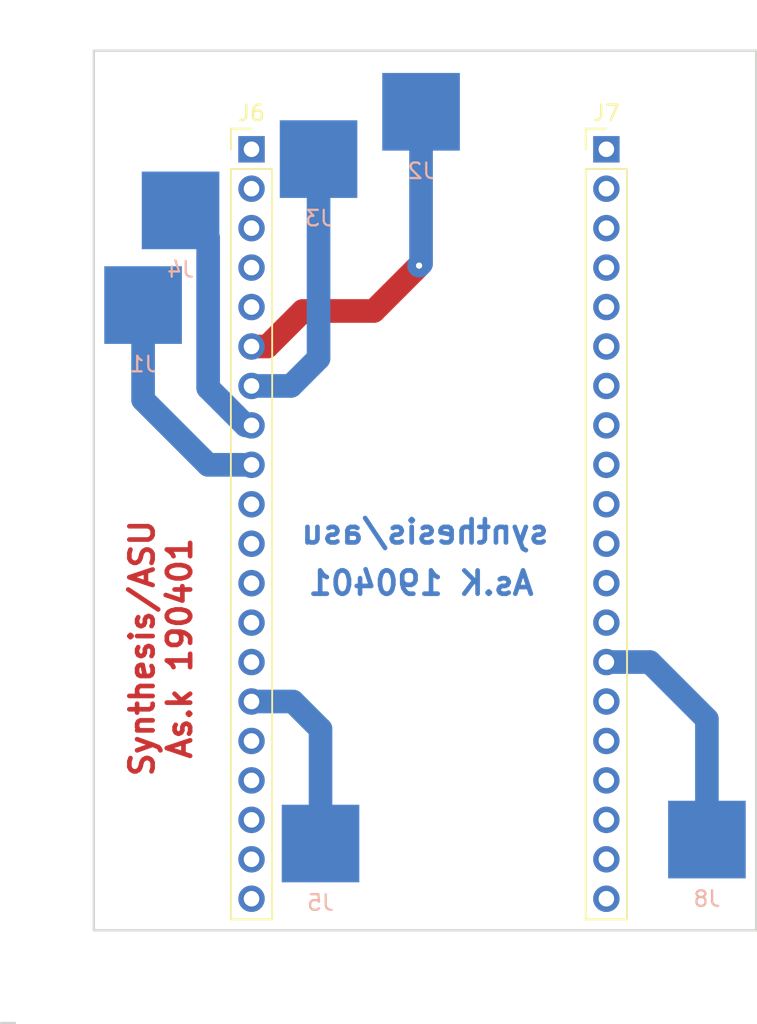
<source format=kicad_pcb>
(kicad_pcb (version 4) (host pcbnew 4.0.7)

  (general
    (links 6)
    (no_connects 0)
    (area 113.335999 53.127 162.127001 119.836001)
    (thickness 1.6)
    (drawings 8)
    (tracks 23)
    (zones 0)
    (modules 8)
    (nets 41)
  )

  (page A)
  (title_block
    (title espBreakout)
    (date 4/24/2019)
    (company ASU/AME)
    (comment 1 "Assegid Kidane")
  )

  (layers
    (0 F.Cu signal)
    (31 B.Cu signal)
    (32 B.Adhes user)
    (33 F.Adhes user)
    (34 B.Paste user)
    (35 F.Paste user)
    (36 B.SilkS user)
    (37 F.SilkS user)
    (38 B.Mask user)
    (39 F.Mask user)
    (40 Dwgs.User user)
    (41 Cmts.User user)
    (42 Eco1.User user)
    (43 Eco2.User user)
    (44 Edge.Cuts user)
    (45 Margin user)
    (46 B.CrtYd user)
    (47 F.CrtYd user)
    (48 B.Fab user)
    (49 F.Fab user)
  )

  (setup
    (last_trace_width 1.524)
    (trace_clearance 0.2)
    (zone_clearance 0.508)
    (zone_45_only no)
    (trace_min 0.2)
    (segment_width 0.2)
    (edge_width 0.15)
    (via_size 0.6)
    (via_drill 0.4)
    (via_min_size 0.4)
    (via_min_drill 0.3)
    (uvia_size 0.3)
    (uvia_drill 0.1)
    (uvias_allowed no)
    (uvia_min_size 0.2)
    (uvia_min_drill 0.1)
    (pcb_text_width 0.3)
    (pcb_text_size 1.5 1.5)
    (mod_edge_width 0.15)
    (mod_text_size 1 1)
    (mod_text_width 0.15)
    (pad_size 5 5)
    (pad_drill 0)
    (pad_to_mask_clearance 0.2)
    (aux_axis_origin 0 0)
    (visible_elements FFFFFF7F)
    (pcbplotparams
      (layerselection 0x00000_00000001)
      (usegerberextensions false)
      (excludeedgelayer true)
      (linewidth 0.100000)
      (plotframeref false)
      (viasonmask false)
      (mode 1)
      (useauxorigin false)
      (hpglpennumber 1)
      (hpglpenspeed 20)
      (hpglpendiameter 15)
      (hpglpenoverlay 2)
      (psnegative false)
      (psa4output false)
      (plotreference true)
      (plotvalue true)
      (plotinvisibletext false)
      (padsonsilk false)
      (subtractmaskfromsilk false)
      (outputformat 1)
      (mirror false)
      (drillshape 0)
      (scaleselection 1)
      (outputdirectory ""))
  )

  (net 0 "")
  (net 1 "Net-(J1-Pad1)")
  (net 2 "Net-(J2-Pad1)")
  (net 3 "Net-(J3-Pad1)")
  (net 4 "Net-(J4-Pad1)")
  (net 5 "Net-(J5-Pad1)")
  (net 6 "Net-(J6-Pad1)")
  (net 7 "Net-(J6-Pad2)")
  (net 8 "Net-(J6-Pad3)")
  (net 9 "Net-(J6-Pad4)")
  (net 10 "Net-(J6-Pad5)")
  (net 11 "Net-(J6-Pad10)")
  (net 12 "Net-(J6-Pad11)")
  (net 13 "Net-(J6-Pad12)")
  (net 14 "Net-(J6-Pad13)")
  (net 15 "Net-(J6-Pad14)")
  (net 16 "Net-(J6-Pad16)")
  (net 17 "Net-(J6-Pad17)")
  (net 18 "Net-(J6-Pad18)")
  (net 19 "Net-(J6-Pad19)")
  (net 20 "Net-(J6-Pad20)")
  (net 21 "Net-(J7-Pad1)")
  (net 22 "Net-(J7-Pad2)")
  (net 23 "Net-(J7-Pad3)")
  (net 24 "Net-(J7-Pad4)")
  (net 25 "Net-(J7-Pad5)")
  (net 26 "Net-(J7-Pad6)")
  (net 27 "Net-(J7-Pad7)")
  (net 28 "Net-(J7-Pad8)")
  (net 29 "Net-(J7-Pad9)")
  (net 30 "Net-(J7-Pad10)")
  (net 31 "Net-(J7-Pad11)")
  (net 32 "Net-(J7-Pad12)")
  (net 33 "Net-(J7-Pad13)")
  (net 34 "Net-(J7-Pad14)")
  (net 35 "Net-(J7-Pad15)")
  (net 36 "Net-(J7-Pad16)")
  (net 37 "Net-(J7-Pad17)")
  (net 38 "Net-(J7-Pad18)")
  (net 39 "Net-(J7-Pad19)")
  (net 40 "Net-(J7-Pad20)")

  (net_class Default "This is the default net class."
    (clearance 0.2)
    (trace_width 1.524)
    (via_dia 0.6)
    (via_drill 0.4)
    (uvia_dia 0.3)
    (uvia_drill 0.1)
    (add_net "Net-(J1-Pad1)")
    (add_net "Net-(J2-Pad1)")
    (add_net "Net-(J3-Pad1)")
    (add_net "Net-(J4-Pad1)")
    (add_net "Net-(J5-Pad1)")
    (add_net "Net-(J6-Pad1)")
    (add_net "Net-(J6-Pad10)")
    (add_net "Net-(J6-Pad11)")
    (add_net "Net-(J6-Pad12)")
    (add_net "Net-(J6-Pad13)")
    (add_net "Net-(J6-Pad14)")
    (add_net "Net-(J6-Pad16)")
    (add_net "Net-(J6-Pad17)")
    (add_net "Net-(J6-Pad18)")
    (add_net "Net-(J6-Pad19)")
    (add_net "Net-(J6-Pad2)")
    (add_net "Net-(J6-Pad20)")
    (add_net "Net-(J6-Pad3)")
    (add_net "Net-(J6-Pad4)")
    (add_net "Net-(J6-Pad5)")
    (add_net "Net-(J7-Pad1)")
    (add_net "Net-(J7-Pad10)")
    (add_net "Net-(J7-Pad11)")
    (add_net "Net-(J7-Pad12)")
    (add_net "Net-(J7-Pad13)")
    (add_net "Net-(J7-Pad14)")
    (add_net "Net-(J7-Pad15)")
    (add_net "Net-(J7-Pad16)")
    (add_net "Net-(J7-Pad17)")
    (add_net "Net-(J7-Pad18)")
    (add_net "Net-(J7-Pad19)")
    (add_net "Net-(J7-Pad2)")
    (add_net "Net-(J7-Pad20)")
    (add_net "Net-(J7-Pad3)")
    (add_net "Net-(J7-Pad4)")
    (add_net "Net-(J7-Pad5)")
    (add_net "Net-(J7-Pad6)")
    (add_net "Net-(J7-Pad7)")
    (add_net "Net-(J7-Pad8)")
    (add_net "Net-(J7-Pad9)")
  )

  (module Wire_Pads:SolderWirePad_single_SMD_5x10mm (layer B.Cu) (tedit 5CC078EA) (tstamp 5CC073F4)
    (at 122.555 73.533)
    (descr "Wire Pad, Square, SMD Pad,  5mm x 10mm,")
    (tags "MesurementPoint Square SMDPad 5mmx10mm ")
    (path /5CBE1253)
    (attr smd)
    (fp_text reference J1 (at 0 3.81) (layer B.SilkS)
      (effects (font (size 1 1) (thickness 0.15)) (justify mirror))
    )
    (fp_text value scl (at 0 -6.35) (layer B.Fab)
      (effects (font (size 1 1) (thickness 0.15)) (justify mirror))
    )
    (fp_line (start 2.75 5.25) (end -2.75 5.25) (layer B.CrtYd) (width 0.05))
    (fp_line (start 2.75 -5.25) (end 2.75 5.25) (layer B.CrtYd) (width 0.05))
    (fp_line (start -2.75 -5.25) (end 2.75 -5.25) (layer B.CrtYd) (width 0.05))
    (fp_line (start -2.75 5.25) (end -2.75 -5.25) (layer B.CrtYd) (width 0.05))
    (pad 1 smd rect (at 0 0) (size 5 5) (layers B.Cu B.Paste B.Mask)
      (net 1 "Net-(J1-Pad1)"))
  )

  (module Wire_Pads:SolderWirePad_single_SMD_5x10mm (layer B.Cu) (tedit 5CC078F1) (tstamp 5CC073FD)
    (at 140.462 61.087)
    (descr "Wire Pad, Square, SMD Pad,  5mm x 10mm,")
    (tags "MesurementPoint Square SMDPad 5mmx10mm ")
    (path /5CBE11E0)
    (attr smd)
    (fp_text reference J2 (at 0 3.81) (layer B.SilkS)
      (effects (font (size 1 1) (thickness 0.15)) (justify mirror))
    )
    (fp_text value gnd (at 0 -6.35) (layer B.Fab)
      (effects (font (size 1 1) (thickness 0.15)) (justify mirror))
    )
    (fp_line (start 2.75 5.25) (end -2.75 5.25) (layer B.CrtYd) (width 0.05))
    (fp_line (start 2.75 -5.25) (end 2.75 5.25) (layer B.CrtYd) (width 0.05))
    (fp_line (start -2.75 -5.25) (end 2.75 -5.25) (layer B.CrtYd) (width 0.05))
    (fp_line (start -2.75 5.25) (end -2.75 -5.25) (layer B.CrtYd) (width 0.05))
    (pad 1 smd rect (at 0 0) (size 5 5) (layers B.Cu B.Paste B.Mask)
      (net 2 "Net-(J2-Pad1)"))
  )

  (module Wire_Pads:SolderWirePad_single_SMD_5x10mm (layer B.Cu) (tedit 5CC078F7) (tstamp 5CC07406)
    (at 133.858 64.135)
    (descr "Wire Pad, Square, SMD Pad,  5mm x 10mm,")
    (tags "MesurementPoint Square SMDPad 5mmx10mm ")
    (path /5CBE1217)
    (attr smd)
    (fp_text reference J3 (at 0 3.81) (layer B.SilkS)
      (effects (font (size 1 1) (thickness 0.15)) (justify mirror))
    )
    (fp_text value 3v3 (at 0 -6.35) (layer B.Fab)
      (effects (font (size 1 1) (thickness 0.15)) (justify mirror))
    )
    (fp_line (start 2.75 5.25) (end -2.75 5.25) (layer B.CrtYd) (width 0.05))
    (fp_line (start 2.75 -5.25) (end 2.75 5.25) (layer B.CrtYd) (width 0.05))
    (fp_line (start -2.75 -5.25) (end 2.75 -5.25) (layer B.CrtYd) (width 0.05))
    (fp_line (start -2.75 5.25) (end -2.75 -5.25) (layer B.CrtYd) (width 0.05))
    (pad 1 smd rect (at 0 0) (size 5 5) (layers B.Cu B.Paste B.Mask)
      (net 3 "Net-(J3-Pad1)"))
  )

  (module Wire_Pads:SolderWirePad_single_SMD_5x10mm (layer B.Cu) (tedit 5CC078FC) (tstamp 5CC0740F)
    (at 124.968 67.437)
    (descr "Wire Pad, Square, SMD Pad,  5mm x 10mm,")
    (tags "MesurementPoint Square SMDPad 5mmx10mm ")
    (path /5CBE1234)
    (attr smd)
    (fp_text reference J4 (at 0 3.81) (layer B.SilkS)
      (effects (font (size 1 1) (thickness 0.15)) (justify mirror))
    )
    (fp_text value sda (at 0 -6.35) (layer B.Fab)
      (effects (font (size 1 1) (thickness 0.15)) (justify mirror))
    )
    (fp_line (start 2.75 5.25) (end -2.75 5.25) (layer B.CrtYd) (width 0.05))
    (fp_line (start 2.75 -5.25) (end 2.75 5.25) (layer B.CrtYd) (width 0.05))
    (fp_line (start -2.75 -5.25) (end 2.75 -5.25) (layer B.CrtYd) (width 0.05))
    (fp_line (start -2.75 5.25) (end -2.75 -5.25) (layer B.CrtYd) (width 0.05))
    (pad 1 smd rect (at 0 0) (size 5 5) (layers B.Cu B.Paste B.Mask)
      (net 4 "Net-(J4-Pad1)"))
  )

  (module Wire_Pads:SolderWirePad_single_SMD_5x10mm (layer B.Cu) (tedit 5CC07902) (tstamp 5CC07418)
    (at 133.985 108.204)
    (descr "Wire Pad, Square, SMD Pad,  5mm x 10mm,")
    (tags "MesurementPoint Square SMDPad 5mmx10mm ")
    (path /5CBE1274)
    (attr smd)
    (fp_text reference J5 (at 0 3.81) (layer B.SilkS)
      (effects (font (size 1 1) (thickness 0.15)) (justify mirror))
    )
    (fp_text value gnd (at 0 -6.35) (layer B.Fab)
      (effects (font (size 1 1) (thickness 0.15)) (justify mirror))
    )
    (fp_line (start 2.75 5.25) (end -2.75 5.25) (layer B.CrtYd) (width 0.05))
    (fp_line (start 2.75 -5.25) (end 2.75 5.25) (layer B.CrtYd) (width 0.05))
    (fp_line (start -2.75 -5.25) (end 2.75 -5.25) (layer B.CrtYd) (width 0.05))
    (fp_line (start -2.75 5.25) (end -2.75 -5.25) (layer B.CrtYd) (width 0.05))
    (pad 1 smd rect (at 0 0) (size 5 5) (layers B.Cu B.Paste B.Mask)
      (net 5 "Net-(J5-Pad1)"))
  )

  (module Pin_Headers:Pin_Header_Straight_1x20_Pitch2.54mm (layer F.Cu) (tedit 59650532) (tstamp 5CC07440)
    (at 129.54 63.5)
    (descr "Through hole straight pin header, 1x20, 2.54mm pitch, single row")
    (tags "Through hole pin header THT 1x20 2.54mm single row")
    (path /5CBE10DB)
    (fp_text reference J6 (at 0 -2.33) (layer F.SilkS)
      (effects (font (size 1 1) (thickness 0.15)))
    )
    (fp_text value esp32Left (at 0 50.59) (layer F.Fab)
      (effects (font (size 1 1) (thickness 0.15)))
    )
    (fp_line (start -0.635 -1.27) (end 1.27 -1.27) (layer F.Fab) (width 0.1))
    (fp_line (start 1.27 -1.27) (end 1.27 49.53) (layer F.Fab) (width 0.1))
    (fp_line (start 1.27 49.53) (end -1.27 49.53) (layer F.Fab) (width 0.1))
    (fp_line (start -1.27 49.53) (end -1.27 -0.635) (layer F.Fab) (width 0.1))
    (fp_line (start -1.27 -0.635) (end -0.635 -1.27) (layer F.Fab) (width 0.1))
    (fp_line (start -1.33 49.59) (end 1.33 49.59) (layer F.SilkS) (width 0.12))
    (fp_line (start -1.33 1.27) (end -1.33 49.59) (layer F.SilkS) (width 0.12))
    (fp_line (start 1.33 1.27) (end 1.33 49.59) (layer F.SilkS) (width 0.12))
    (fp_line (start -1.33 1.27) (end 1.33 1.27) (layer F.SilkS) (width 0.12))
    (fp_line (start -1.33 0) (end -1.33 -1.33) (layer F.SilkS) (width 0.12))
    (fp_line (start -1.33 -1.33) (end 0 -1.33) (layer F.SilkS) (width 0.12))
    (fp_line (start -1.8 -1.8) (end -1.8 50.05) (layer F.CrtYd) (width 0.05))
    (fp_line (start -1.8 50.05) (end 1.8 50.05) (layer F.CrtYd) (width 0.05))
    (fp_line (start 1.8 50.05) (end 1.8 -1.8) (layer F.CrtYd) (width 0.05))
    (fp_line (start 1.8 -1.8) (end -1.8 -1.8) (layer F.CrtYd) (width 0.05))
    (fp_text user %R (at 0 24.13 90) (layer F.Fab)
      (effects (font (size 1 1) (thickness 0.15)))
    )
    (pad 1 thru_hole rect (at 0 0) (size 1.7 1.7) (drill 1) (layers *.Cu *.Mask)
      (net 6 "Net-(J6-Pad1)"))
    (pad 2 thru_hole oval (at 0 2.54) (size 1.7 1.7) (drill 1) (layers *.Cu *.Mask)
      (net 7 "Net-(J6-Pad2)"))
    (pad 3 thru_hole oval (at 0 5.08) (size 1.7 1.7) (drill 1) (layers *.Cu *.Mask)
      (net 8 "Net-(J6-Pad3)"))
    (pad 4 thru_hole oval (at 0 7.62) (size 1.7 1.7) (drill 1) (layers *.Cu *.Mask)
      (net 9 "Net-(J6-Pad4)"))
    (pad 5 thru_hole oval (at 0 10.16) (size 1.7 1.7) (drill 1) (layers *.Cu *.Mask)
      (net 10 "Net-(J6-Pad5)"))
    (pad 6 thru_hole oval (at 0 12.7) (size 1.7 1.7) (drill 1) (layers *.Cu *.Mask)
      (net 2 "Net-(J2-Pad1)"))
    (pad 7 thru_hole oval (at 0 15.24) (size 1.7 1.7) (drill 1) (layers *.Cu *.Mask)
      (net 3 "Net-(J3-Pad1)"))
    (pad 8 thru_hole oval (at 0 17.78) (size 1.7 1.7) (drill 1) (layers *.Cu *.Mask)
      (net 4 "Net-(J4-Pad1)"))
    (pad 9 thru_hole oval (at 0 20.32) (size 1.7 1.7) (drill 1) (layers *.Cu *.Mask)
      (net 1 "Net-(J1-Pad1)"))
    (pad 10 thru_hole oval (at 0 22.86) (size 1.7 1.7) (drill 1) (layers *.Cu *.Mask)
      (net 11 "Net-(J6-Pad10)"))
    (pad 11 thru_hole oval (at 0 25.4) (size 1.7 1.7) (drill 1) (layers *.Cu *.Mask)
      (net 12 "Net-(J6-Pad11)"))
    (pad 12 thru_hole oval (at 0 27.94) (size 1.7 1.7) (drill 1) (layers *.Cu *.Mask)
      (net 13 "Net-(J6-Pad12)"))
    (pad 13 thru_hole oval (at 0 30.48) (size 1.7 1.7) (drill 1) (layers *.Cu *.Mask)
      (net 14 "Net-(J6-Pad13)"))
    (pad 14 thru_hole oval (at 0 33.02) (size 1.7 1.7) (drill 1) (layers *.Cu *.Mask)
      (net 15 "Net-(J6-Pad14)"))
    (pad 15 thru_hole oval (at 0 35.56) (size 1.7 1.7) (drill 1) (layers *.Cu *.Mask)
      (net 5 "Net-(J5-Pad1)"))
    (pad 16 thru_hole oval (at 0 38.1) (size 1.7 1.7) (drill 1) (layers *.Cu *.Mask)
      (net 16 "Net-(J6-Pad16)"))
    (pad 17 thru_hole oval (at 0 40.64) (size 1.7 1.7) (drill 1) (layers *.Cu *.Mask)
      (net 17 "Net-(J6-Pad17)"))
    (pad 18 thru_hole oval (at 0 43.18) (size 1.7 1.7) (drill 1) (layers *.Cu *.Mask)
      (net 18 "Net-(J6-Pad18)"))
    (pad 19 thru_hole oval (at 0 45.72) (size 1.7 1.7) (drill 1) (layers *.Cu *.Mask)
      (net 19 "Net-(J6-Pad19)"))
    (pad 20 thru_hole oval (at 0 48.26) (size 1.7 1.7) (drill 1) (layers *.Cu *.Mask)
      (net 20 "Net-(J6-Pad20)"))
    (model ${KISYS3DMOD}/Pin_Headers.3dshapes/Pin_Header_Straight_1x20_Pitch2.54mm.wrl
      (at (xyz 0 0 0))
      (scale (xyz 1 1 1))
      (rotate (xyz 0 0 0))
    )
  )

  (module Pin_Headers:Pin_Header_Straight_1x20_Pitch2.54mm (layer F.Cu) (tedit 59650532) (tstamp 5CC07468)
    (at 152.4 63.5)
    (descr "Through hole straight pin header, 1x20, 2.54mm pitch, single row")
    (tags "Through hole pin header THT 1x20 2.54mm single row")
    (path /5CBE110E)
    (fp_text reference J7 (at 0 -2.33) (layer F.SilkS)
      (effects (font (size 1 1) (thickness 0.15)))
    )
    (fp_text value esp32right (at 0 50.59) (layer F.Fab)
      (effects (font (size 1 1) (thickness 0.15)))
    )
    (fp_line (start -0.635 -1.27) (end 1.27 -1.27) (layer F.Fab) (width 0.1))
    (fp_line (start 1.27 -1.27) (end 1.27 49.53) (layer F.Fab) (width 0.1))
    (fp_line (start 1.27 49.53) (end -1.27 49.53) (layer F.Fab) (width 0.1))
    (fp_line (start -1.27 49.53) (end -1.27 -0.635) (layer F.Fab) (width 0.1))
    (fp_line (start -1.27 -0.635) (end -0.635 -1.27) (layer F.Fab) (width 0.1))
    (fp_line (start -1.33 49.59) (end 1.33 49.59) (layer F.SilkS) (width 0.12))
    (fp_line (start -1.33 1.27) (end -1.33 49.59) (layer F.SilkS) (width 0.12))
    (fp_line (start 1.33 1.27) (end 1.33 49.59) (layer F.SilkS) (width 0.12))
    (fp_line (start -1.33 1.27) (end 1.33 1.27) (layer F.SilkS) (width 0.12))
    (fp_line (start -1.33 0) (end -1.33 -1.33) (layer F.SilkS) (width 0.12))
    (fp_line (start -1.33 -1.33) (end 0 -1.33) (layer F.SilkS) (width 0.12))
    (fp_line (start -1.8 -1.8) (end -1.8 50.05) (layer F.CrtYd) (width 0.05))
    (fp_line (start -1.8 50.05) (end 1.8 50.05) (layer F.CrtYd) (width 0.05))
    (fp_line (start 1.8 50.05) (end 1.8 -1.8) (layer F.CrtYd) (width 0.05))
    (fp_line (start 1.8 -1.8) (end -1.8 -1.8) (layer F.CrtYd) (width 0.05))
    (fp_text user %R (at 0 24.13 90) (layer F.Fab)
      (effects (font (size 1 1) (thickness 0.15)))
    )
    (pad 1 thru_hole rect (at 0 0) (size 1.7 1.7) (drill 1) (layers *.Cu *.Mask)
      (net 21 "Net-(J7-Pad1)"))
    (pad 2 thru_hole oval (at 0 2.54) (size 1.7 1.7) (drill 1) (layers *.Cu *.Mask)
      (net 22 "Net-(J7-Pad2)"))
    (pad 3 thru_hole oval (at 0 5.08) (size 1.7 1.7) (drill 1) (layers *.Cu *.Mask)
      (net 23 "Net-(J7-Pad3)"))
    (pad 4 thru_hole oval (at 0 7.62) (size 1.7 1.7) (drill 1) (layers *.Cu *.Mask)
      (net 24 "Net-(J7-Pad4)"))
    (pad 5 thru_hole oval (at 0 10.16) (size 1.7 1.7) (drill 1) (layers *.Cu *.Mask)
      (net 25 "Net-(J7-Pad5)"))
    (pad 6 thru_hole oval (at 0 12.7) (size 1.7 1.7) (drill 1) (layers *.Cu *.Mask)
      (net 26 "Net-(J7-Pad6)"))
    (pad 7 thru_hole oval (at 0 15.24) (size 1.7 1.7) (drill 1) (layers *.Cu *.Mask)
      (net 27 "Net-(J7-Pad7)"))
    (pad 8 thru_hole oval (at 0 17.78) (size 1.7 1.7) (drill 1) (layers *.Cu *.Mask)
      (net 28 "Net-(J7-Pad8)"))
    (pad 9 thru_hole oval (at 0 20.32) (size 1.7 1.7) (drill 1) (layers *.Cu *.Mask)
      (net 29 "Net-(J7-Pad9)"))
    (pad 10 thru_hole oval (at 0 22.86) (size 1.7 1.7) (drill 1) (layers *.Cu *.Mask)
      (net 30 "Net-(J7-Pad10)"))
    (pad 11 thru_hole oval (at 0 25.4) (size 1.7 1.7) (drill 1) (layers *.Cu *.Mask)
      (net 31 "Net-(J7-Pad11)"))
    (pad 12 thru_hole oval (at 0 27.94) (size 1.7 1.7) (drill 1) (layers *.Cu *.Mask)
      (net 32 "Net-(J7-Pad12)"))
    (pad 13 thru_hole oval (at 0 30.48) (size 1.7 1.7) (drill 1) (layers *.Cu *.Mask)
      (net 33 "Net-(J7-Pad13)"))
    (pad 14 thru_hole oval (at 0 33.02) (size 1.7 1.7) (drill 1) (layers *.Cu *.Mask)
      (net 34 "Net-(J7-Pad14)"))
    (pad 15 thru_hole oval (at 0 35.56) (size 1.7 1.7) (drill 1) (layers *.Cu *.Mask)
      (net 35 "Net-(J7-Pad15)"))
    (pad 16 thru_hole oval (at 0 38.1) (size 1.7 1.7) (drill 1) (layers *.Cu *.Mask)
      (net 36 "Net-(J7-Pad16)"))
    (pad 17 thru_hole oval (at 0 40.64) (size 1.7 1.7) (drill 1) (layers *.Cu *.Mask)
      (net 37 "Net-(J7-Pad17)"))
    (pad 18 thru_hole oval (at 0 43.18) (size 1.7 1.7) (drill 1) (layers *.Cu *.Mask)
      (net 38 "Net-(J7-Pad18)"))
    (pad 19 thru_hole oval (at 0 45.72) (size 1.7 1.7) (drill 1) (layers *.Cu *.Mask)
      (net 39 "Net-(J7-Pad19)"))
    (pad 20 thru_hole oval (at 0 48.26) (size 1.7 1.7) (drill 1) (layers *.Cu *.Mask)
      (net 40 "Net-(J7-Pad20)"))
    (model ${KISYS3DMOD}/Pin_Headers.3dshapes/Pin_Header_Straight_1x20_Pitch2.54mm.wrl
      (at (xyz 0 0 0))
      (scale (xyz 1 1 1))
      (rotate (xyz 0 0 0))
    )
  )

  (module Wire_Pads:SolderWirePad_single_SMD_5x10mm (layer B.Cu) (tedit 5CC07868) (tstamp 5CC07471)
    (at 158.877 107.95)
    (descr "Wire Pad, Square, SMD Pad,  5mm x 10mm,")
    (tags "MesurementPoint Square SMDPad 5mmx10mm ")
    (path /5CBE1297)
    (attr smd)
    (fp_text reference J8 (at 0 3.81) (layer B.SilkS)
      (effects (font (size 1 1) (thickness 0.15)) (justify mirror))
    )
    (fp_text value adc (at 0 -6.35) (layer B.Fab)
      (effects (font (size 1 1) (thickness 0.15)) (justify mirror))
    )
    (fp_line (start 2.75 5.25) (end -2.75 5.25) (layer B.CrtYd) (width 0.05))
    (fp_line (start 2.75 -5.25) (end 2.75 5.25) (layer B.CrtYd) (width 0.05))
    (fp_line (start -2.75 -5.25) (end 2.75 -5.25) (layer B.CrtYd) (width 0.05))
    (fp_line (start -2.75 5.25) (end -2.75 -5.25) (layer B.CrtYd) (width 0.05))
    (pad 1 smd rect (at 0 0) (size 5 5) (layers B.Cu B.Paste B.Mask)
      (net 34 "Net-(J7-Pad14)"))
  )

  (gr_text "Synthesis/ASU\nAs.k 190401" (at 123.698 95.631 90) (layer F.Cu)
    (effects (font (size 1.5 1.5) (thickness 0.3)))
  )
  (gr_text "As.K 190401" (at 140.462 91.44) (layer B.Cu)
    (effects (font (size 1.5 1.5) (thickness 0.3)) (justify mirror))
  )
  (gr_text synthesis/asu (at 140.716 88.138) (layer B.Cu)
    (effects (font (size 1.5 1.5) (thickness 0.3)) (justify mirror))
  )
  (gr_line (start 114.3 119.761) (end 113.411 119.761) (angle 90) (layer Edge.Cuts) (width 0.15))
  (gr_line (start 119.38 57.15) (end 119.38 113.792) (angle 90) (layer Edge.Cuts) (width 0.15))
  (gr_line (start 162.052 57.15) (end 119.38 57.15) (angle 90) (layer Edge.Cuts) (width 0.15))
  (gr_line (start 162.052 113.792) (end 162.052 57.15) (angle 90) (layer Edge.Cuts) (width 0.15))
  (gr_line (start 119.38 113.792) (end 162.052 113.792) (angle 90) (layer Edge.Cuts) (width 0.15))

  (segment (start 129.54 83.82) (end 126.746 83.82) (width 1.524) (layer B.Cu) (net 1) (status 400000))
  (segment (start 122.555 79.629) (end 122.555 73.533) (width 1.524) (layer B.Cu) (net 1) (tstamp 5CC76028) (status 800000))
  (segment (start 126.746 83.82) (end 122.555 79.629) (width 1.524) (layer B.Cu) (net 1) (tstamp 5CC76024))
  (segment (start 129.54 76.2) (end 130.556 76.2) (width 1.524) (layer F.Cu) (net 2) (status 400000))
  (segment (start 140.462 70.866) (end 140.462 61.087) (width 1.524) (layer B.Cu) (net 2) (tstamp 5CC760E3) (status 800000))
  (segment (start 140.335 70.993) (end 140.462 70.866) (width 1.524) (layer B.Cu) (net 2) (tstamp 5CC760E2))
  (via (at 140.335 70.993) (size 0.6) (drill 0.4) (layers F.Cu B.Cu) (net 2))
  (segment (start 137.414 73.914) (end 140.335 70.993) (width 1.524) (layer F.Cu) (net 2) (tstamp 5CC760D5))
  (segment (start 132.842 73.914) (end 137.414 73.914) (width 1.524) (layer F.Cu) (net 2) (tstamp 5CC760C9))
  (segment (start 130.556 76.2) (end 132.842 73.914) (width 1.524) (layer F.Cu) (net 2) (tstamp 5CC760AF))
  (segment (start 129.54 78.74) (end 132.08 78.74) (width 1.524) (layer B.Cu) (net 3) (status 400000))
  (segment (start 133.858 76.962) (end 133.858 64.135) (width 1.524) (layer B.Cu) (net 3) (tstamp 5CC76091) (status 800000))
  (segment (start 132.08 78.74) (end 133.858 76.962) (width 1.524) (layer B.Cu) (net 3) (tstamp 5CC76085))
  (segment (start 129.54 81.28) (end 129.159 81.28) (width 1.524) (layer B.Cu) (net 4) (status C00000))
  (segment (start 129.159 81.28) (end 126.746 78.867) (width 1.524) (layer B.Cu) (net 4) (tstamp 5CC76013) (status 400000))
  (segment (start 126.746 78.867) (end 126.746 69.215) (width 1.524) (layer B.Cu) (net 4) (tstamp 5CC76019) (status 800000))
  (segment (start 126.746 69.215) (end 124.968 67.437) (width 1.524) (layer B.Cu) (net 4) (tstamp 5CC7601D) (status C00000))
  (segment (start 129.54 99.06) (end 132.207 99.06) (width 1.524) (layer B.Cu) (net 5))
  (segment (start 133.985 100.838) (end 133.985 108.204) (width 1.524) (layer B.Cu) (net 5) (tstamp 5CC09279))
  (segment (start 132.207 99.06) (end 133.985 100.838) (width 1.524) (layer B.Cu) (net 5) (tstamp 5CC09274))
  (segment (start 152.4 96.52) (end 155.194 96.52) (width 1.524) (layer B.Cu) (net 34))
  (segment (start 158.877 100.203) (end 158.877 107.95) (width 1.524) (layer B.Cu) (net 34) (tstamp 5CC0926E))
  (segment (start 155.194 96.52) (end 158.877 100.203) (width 1.524) (layer B.Cu) (net 34) (tstamp 5CC09266))

)

</source>
